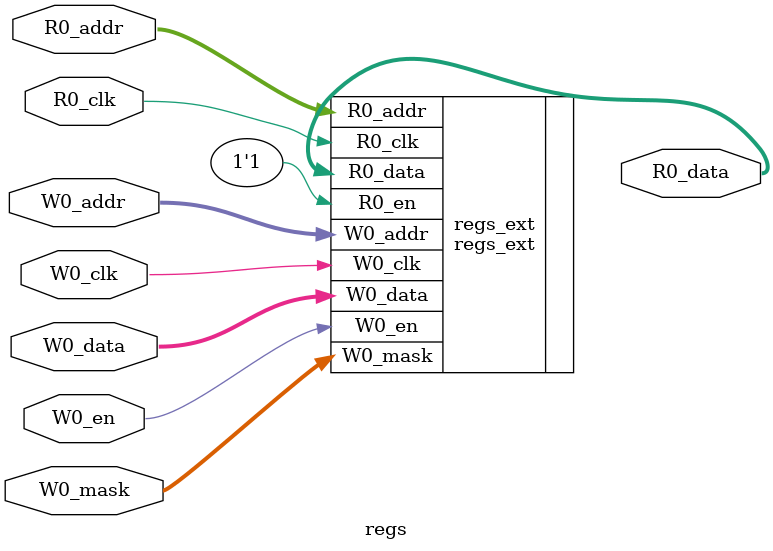
<source format=sv>
`ifndef RANDOMIZE
  `ifdef RANDOMIZE_MEM_INIT
    `define RANDOMIZE
  `endif // RANDOMIZE_MEM_INIT
`endif // not def RANDOMIZE
`ifndef RANDOMIZE
  `ifdef RANDOMIZE_REG_INIT
    `define RANDOMIZE
  `endif // RANDOMIZE_REG_INIT
`endif // not def RANDOMIZE

`ifndef RANDOM
  `define RANDOM $random
`endif // not def RANDOM

// Users can define INIT_RANDOM as general code that gets injected into the
// initializer block for modules with registers.
`ifndef INIT_RANDOM
  `define INIT_RANDOM
`endif // not def INIT_RANDOM

// If using random initialization, you can also define RANDOMIZE_DELAY to
// customize the delay used, otherwise 0.002 is used.
`ifndef RANDOMIZE_DELAY
  `define RANDOMIZE_DELAY 0.002
`endif // not def RANDOMIZE_DELAY

// Define INIT_RANDOM_PROLOG_ for use in our modules below.
`ifndef INIT_RANDOM_PROLOG_
  `ifdef RANDOMIZE
    `ifdef VERILATOR
      `define INIT_RANDOM_PROLOG_ `INIT_RANDOM
    `else  // VERILATOR
      `define INIT_RANDOM_PROLOG_ `INIT_RANDOM #`RANDOMIZE_DELAY begin end
    `endif // VERILATOR
  `else  // RANDOMIZE
    `define INIT_RANDOM_PROLOG_
  `endif // RANDOMIZE
`endif // not def INIT_RANDOM_PROLOG_

// Include register initializers in init blocks unless synthesis is set
`ifndef SYNTHESIS
  `ifndef ENABLE_INITIAL_REG_
    `define ENABLE_INITIAL_REG_
  `endif // not def ENABLE_INITIAL_REG_
`endif // not def SYNTHESIS

// Include rmemory initializers in init blocks unless synthesis is set
`ifndef SYNTHESIS
  `ifndef ENABLE_INITIAL_MEM_
    `define ENABLE_INITIAL_MEM_
  `endif // not def ENABLE_INITIAL_MEM_
`endif // not def SYNTHESIS

// Standard header to adapt well known macros for prints and assertions.

// Users can define 'PRINTF_COND' to add an extra gate to prints.
`ifndef PRINTF_COND_
  `ifdef PRINTF_COND
    `define PRINTF_COND_ (`PRINTF_COND)
  `else  // PRINTF_COND
    `define PRINTF_COND_ 1
  `endif // PRINTF_COND
`endif // not def PRINTF_COND_

// Users can define 'ASSERT_VERBOSE_COND' to add an extra gate to assert error printing.
`ifndef ASSERT_VERBOSE_COND_
  `ifdef ASSERT_VERBOSE_COND
    `define ASSERT_VERBOSE_COND_ (`ASSERT_VERBOSE_COND)
  `else  // ASSERT_VERBOSE_COND
    `define ASSERT_VERBOSE_COND_ 1
  `endif // ASSERT_VERBOSE_COND
`endif // not def ASSERT_VERBOSE_COND_

// Users can define 'STOP_COND' to add an extra gate to stop conditions.
`ifndef STOP_COND_
  `ifdef STOP_COND
    `define STOP_COND_ (`STOP_COND)
  `else  // STOP_COND
    `define STOP_COND_ 1
  `endif // STOP_COND
`endif // not def STOP_COND_

module regs(	// ventus/src/pipeline/regfile.scala:41:25
  input  [7:0]   R0_addr,
  input          R0_clk,
  output [511:0] R0_data,
  input  [7:0]   W0_addr,
  input          W0_en,
                 W0_clk,
  input  [511:0] W0_data,
  input  [15:0]  W0_mask
);

  regs_ext regs_ext (	// ventus/src/pipeline/regfile.scala:41:25
    .R0_addr (R0_addr),
    .R0_en   (1'h1),	// ventus/src/pipeline/regfile.scala:41:25
    .R0_clk  (R0_clk),
    .R0_data (R0_data),
    .W0_addr (W0_addr),
    .W0_en   (W0_en),
    .W0_clk  (W0_clk),
    .W0_data (W0_data),
    .W0_mask (W0_mask)
  );
endmodule


</source>
